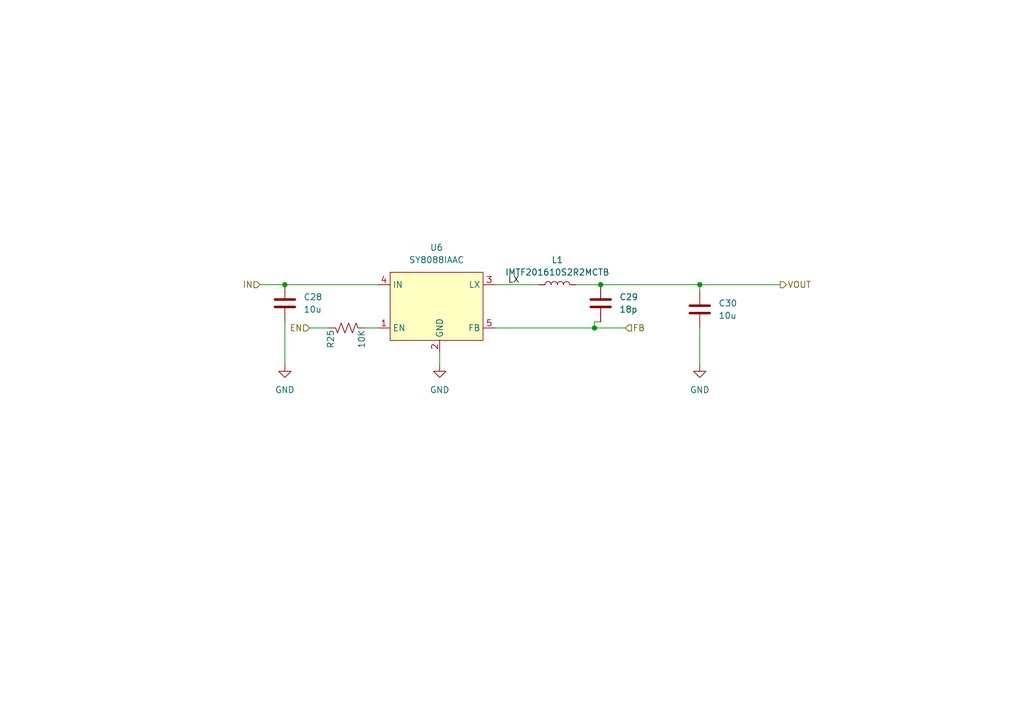
<source format=kicad_sch>
(kicad_sch (version 20231120) (generator "eeschema") (generator_version "8.0")
  (paper "A5")
  (title_block (title "Emergency Linux Computer") (date "2024-11-21") (rev "B"))
  (lib_symbols
    (symbol "Device:C" (pin_numbers hide) (pin_names (offset 0.254))
      (property "Reference" "C" (at 0.635 2.54 0))
      (property "Value" "C" (at 0.635 -2.54 0))
      (symbol "C_0_1"
        (polyline (pts (xy -2.032 -0.762) (xy 2.032 -0.762)) (stroke (width 0.508)))
        (polyline (pts (xy -2.032 0.762) (xy 2.032 0.762)) (stroke (width 0.508)))
      )
      (symbol "C_1_1"
        (pin passive line (at 0 3.81 270) (length 2.794) (name "~") (number "1"))
        (pin passive line (at 0 -3.81 90) (length 2.794) (name "~") (number "2"))
      )
    )
    (symbol "Device:L" (pin_numbers hide) (pin_names (offset 1.016) hide)
      (property "Reference" "L" (at -1.27 0 90))
      (property "Value" "L" (at 1.905 0 90))
      (symbol "L_0_1"
        (arc (start 0 -2.54) (mid 0.6323 -1.905) (end 0 -1.27))
        (arc (start 0 -1.27) (mid 0.6323 -0.635) (end 0 0))
        (arc (start 0 0) (mid 0.6323 0.635) (end 0 1.27))
        (arc (start 0 1.27) (mid 0.6323 1.905) (end 0 2.54))
      )
      (symbol "L_1_1"
        (pin passive line (at 0 3.81 270) (length 1.27) (name "1") (number "1"))
        (pin passive line (at 0 -3.81 90) (length 1.27) (name "2") (number "2"))
      )
    )
    (symbol "Device:R_US" (pin_numbers hide) (pin_names (offset 0))
      (property "Reference" "R" (at 2.54 0 90))
      (property "Value" "R_US" (at -2.54 0 90))
      (symbol "R_US_0_1"
        (polyline (pts (xy 0 -2.286) (xy 0 -2.54)))
        (polyline (pts (xy 0 2.286) (xy 0 2.54)))
        (polyline (pts (xy 0 -0.762) (xy 1.016 -1.143) (xy 0 -1.524) (xy -1.016 -1.905) (xy 0 -2.286)))
        (polyline (pts (xy 0 0.762) (xy 1.016 0.381) (xy 0 0) (xy -1.016 -0.381) (xy 0 -0.762)))
        (polyline (pts (xy 0 2.286) (xy 1.016 1.905) (xy 0 1.524) (xy -1.016 1.143) (xy 0 0.762)))
      )
      (symbol "R_US_1_1"
        (pin passive line (at 0 3.81 270) (length 1.27) (name "~") (number "1"))
        (pin passive line (at 0 -3.81 90) (length 1.27) (name "~") (number "2"))
      )
    )
    (symbol "Silergy:SY8088IAAC"
      (property "Reference" "U" (at 1.27 1.778 0))
      (property "Value" "SY8088IAAC" (at 12.7 1.778 0))
      (symbol "SY8088IAAC_1_1"
        (rectangle (start 0 0) (end 19.05 -13.97) (fill (type background)))
        (pin input line (at -2.54 -11.43 0) (length 2.54) (name "EN") (number "1"))
        (pin power_in line (at 10.16 -16.51 90) (length 2.54) (name "GND") (number "2"))
        (pin unspecified line (at 21.59 -2.54 180) (length 2.54) (name "LX") (number "3"))
        (pin power_in line (at -2.54 -2.54 0) (length 2.54) (name "IN") (number "4"))
        (pin input line (at 21.59 -11.43 180) (length 2.54) (name "FB") (number "5"))
      )
    )
    (symbol "power:GND" (power) (pin_numbers hide) (pin_names (offset 0) hide)
      (property "Value" "GND" (at 0 -3.81 0))
      (symbol "GND_0_1"
        (polyline (pts (xy 0 0) (xy 0 -1.27) (xy 1.27 -1.27) (xy 0 -2.54) (xy -1.27 -1.27) (xy 0 -1.27)))
      )
      (symbol "GND_1_1"
        (pin power_in line (at 0 0 270) (length 0) (name "~") (number "1"))
      )
    )
  )
  (junction (at 143.51 58.42))
  (junction (at 58.42 58.42))
  (junction (at 123.19 58.42))
  (junction (at 121.92 67.31))
  (wire (pts (xy 58.42 74.93) (xy 58.42 66.04)))
  (wire (pts (xy 53.34 58.42) (xy 58.42 58.42)))
  (wire (pts (xy 74.93 67.31) (xy 77.47 67.31)))
  (wire (pts (xy 58.42 58.42) (xy 77.47 58.42)))
  (wire (pts (xy 143.51 74.93) (xy 143.51 67.31)))
  (wire (pts (xy 110.49 58.42) (xy 101.6 58.42)))
  (wire (pts (xy 118.11 58.42) (xy 123.19 58.42)))
  (wire (pts (xy 90.17 74.93) (xy 90.17 72.39)))
  (wire (pts (xy 143.51 58.42) (xy 123.19 58.42)))
  (wire (pts (xy 63.5 67.31) (xy 67.31 67.31)))
  (wire (pts (xy 128.27 67.31) (xy 121.92 67.31)))
  (wire (pts (xy 123.19 66.04) (xy 121.92 66.04)))
  (wire (pts (xy 143.51 58.42) (xy 160.02 58.42)))
  (wire (pts (xy 143.51 59.69) (xy 143.51 58.42)))
  (wire (pts (xy 121.92 67.31) (xy 101.6 67.31)))
  (wire (pts (xy 121.92 66.04) (xy 121.92 67.31)))
  (label "LX" (at 104.14 58.42 0))
  (hierarchical_label "FB" (shape input) (at 128.27 67.31 0))
  (hierarchical_label "VOUT" (shape output) (at 160.02 58.42 0))
  (hierarchical_label "EN" (shape input) (at 63.5 67.31 180))
  (hierarchical_label "IN" (shape input) (at 53.34 58.42 180))
  (symbol (lib_id "Device:C") (at 58.42 62.23 0) (unit 1)
    (property "Reference" "C28" (at 62.23 60.9599 0) (effects (justify left)))
    (property "Value" "10u" (at 62.23 63.4999 0) (effects (justify left)))
    (property "Footprint" "Capacitor_SMD:C_0603_1608Metric" (effects (hide yes)))
    (property "Description" "Unpolarized capacitor" (effects (hide yes)))
    (instances (project "Emergency_Linux_Computer" (path "" (reference "C28") (unit 1)) (path "" (reference "C31") (unit 1)) (path "" (reference "C34") (unit 1))))
  )
  (symbol (lib_id "Device:C") (at 143.51 63.5 0) (unit 1)
    (property "Reference" "C30" (at 147.32 62.2299 0) (effects (justify left)))
    (property "Value" "10u" (at 147.32 64.7699 0) (effects (justify left)))
    (property "Footprint" "Capacitor_SMD:C_0603_1608Metric" (effects (hide yes)))
    (property "Description" "Unpolarized capacitor" (effects (hide yes)))
    (instances (project "Emergency_Linux_Computer" (path "" (reference "C30") (unit 1)) (path "" (reference "C33") (unit 1)) (path "" (reference "C36") (unit 1))))
  )
  (symbol (lib_id "Silergy:SY8088IAAC") (at 80.01 55.88 0) (unit 1)
    (property "Reference" "U6" (at 89.535 50.8 0))
    (property "Value" "SY8088IAAC" (at 89.535 53.34 0))
    (property "Footprint" "Package_TO_SOT_SMD:SOT-23-5" (effects (hide yes)))
    (property "Datasheet" "https://www.lcsc.com/datasheet/lcsc_datasheet_2001171834_Silergy-Corp-SY8088IAAC_C479072.pdf" (effects (hide yes)))
    (instances (project "Emergency_Linux_Computer" (path "" (reference "U6") (unit 1)) (path "" (reference "U7") (unit 1)) (path "" (reference "U8") (unit 1))))
  )
  (symbol (lib_id "power:GND") (at 143.51 74.93 0) (unit 1)
    (property "Reference" "#PWR089" (effects (hide yes)))
    (property "Value" "GND" (at 143.51 80.01 0))
    (property "Description" "Power symbol creates a global label with name \"GND\" , ground" (effects (hide yes)))
    (instances (project "Emergency_Linux_Computer" (path "" (reference "#PWR089") (unit 1)) (path "" (reference "#PWR092") (unit 1)) (path "" (reference "#PWR095") (unit 1))))
  )
  (symbol (lib_id "power:GND") (at 90.17 74.93 0) (unit 1)
    (property "Reference" "#PWR088" (effects (hide yes)))
    (property "Value" "GND" (at 90.17 80.01 0))
    (property "Description" "Power symbol creates a global label with name \"GND\" , ground" (effects (hide yes)))
    (instances (project "Emergency_Linux_Computer" (path "" (reference "#PWR088") (unit 1)) (path "" (reference "#PWR091") (unit 1)) (path "" (reference "#PWR094") (unit 1))))
  )
  (symbol (lib_id "power:GND") (at 58.42 74.93 0) (unit 1)
    (property "Reference" "#PWR087" (effects (hide yes)))
    (property "Value" "GND" (at 58.42 80.01 0))
    (property "Description" "Power symbol creates a global label with name \"GND\" , ground" (effects (hide yes)))
    (instances (project "Emergency_Linux_Computer" (path "" (reference "#PWR087") (unit 1)) (path "" (reference "#PWR090") (unit 1)) (path "" (reference "#PWR093") (unit 1))))
  )
  (symbol (lib_id "Device:L") (at 114.3 58.42 90) (unit 1)
    (property "Reference" "L1" (at 114.3 53.34 90))
    (property "Value" "IMTF201610S2R2MCTB" (at 114.3 55.88 90))
    (property "Footprint" "Inductor_SMD:L_Murata_DFE201610P" (effects (hide yes)))
    (property "Description" "Inductor" (effects (hide yes)))
    (instances (project "Emergency_Linux_Computer" (path "" (reference "L1") (unit 1)) (path "" (reference "L2") (unit 1)) (path "" (reference "L3") (unit 1))))
  )
  (symbol (lib_id "Device:C") (at 123.19 62.23 0) (unit 1)
    (property "Reference" "C29" (at 127 60.9599 0) (effects (justify left)))
    (property "Value" "18p" (at 127 63.4999 0) (effects (justify left)))
    (property "Footprint" "Capacitor_SMD:C_0201_0603Metric" (effects (hide yes)))
    (property "Description" "Unpolarized capacitor" (effects (hide yes)))
    (instances (project "Emergency_Linux_Computer" (path "" (reference "C29") (unit 1)) (path "" (reference "C32") (unit 1)) (path "" (reference "C35") (unit 1))))
  )
  (symbol (lib_id "Device:R_US") (at 71.12 67.31 90) (mirror x) (unit 1)
    (property "Reference" "R25" (at 67.818 69.596 0))
    (property "Value" "10K" (at 74.168 69.596 0))
    (property "Footprint" "Resistor_SMD:R_0201_0603Metric" (effects (hide yes)))
    (property "Description" "Resistor, US symbol" (effects (hide yes)))
    (instances (project "Emergency_Linux_Computer" (path "" (reference "R25") (unit 1)) (path "" (reference "R26") (unit 1)) (path "" (reference "R27") (unit 1))))
  )
)
</source>
